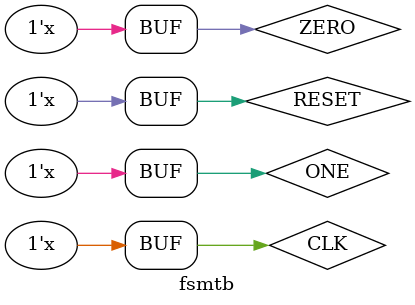
<source format=v>
`timescale 1ns / 1ps


module fsmtb;

	// Inputs
	reg CLK;
	reg RESET;
	reg ONE;
	reg ZERO;

	// Outputs
	wire OUT;

	// Instantiate the Unit Under Test (UUT)
	fsm uut (
		.CLK(CLK), 
		.RESET(RESET), 
		.ONE(ONE), 
		.ZERO(ZERO), 
		.OUT(OUT)
	);

	initial begin
		// Initialize Inputs
		CLK = 0;
		RESET = 0;
		ONE = 0;
		ZERO = 0;

		// Wait 100 ns for global reset to finish
		#100;
        
		// Add stimulus here

		#2; 
		ONE = 1;
		#2;
		ONE = 0;
		ZERO = 1;
		#2;
		ZERO = 0;
		ONE = 1;
		#2;
		ZERO = 1;
		ONE = 0;
		#2;
		ZERO = 0;
		#2;
		RESET = 1;
		#2;
		RESET = 0;
		
		#2;
		ONE = 0;
		#2;
		ZERO = 1;
		#2;
		ZERO = 0;
		#2;
		ZERO = 1;
		#2;
		ZERO = 0;
		#2;
		ZERO = 1;
		#2;
		ZERO = 0;
		#2;
		ZERO = 1;
		
		#2;
		ONE = 0;
		#2;
		ONE = 1;
		#2;
		ONE = 0;
		#2;
		ONE = 1;
		#2;
		ONE = 0;
		#2;
		ONE = 1;
		#2;
		ONE = 0;
	
	end
	always #1 CLK=~CLK;
	always #7 ONE=~ONE;
	always #5 ZERO=~ZERO;
	always #400 RESET=~RESET;
      
endmodule


</source>
